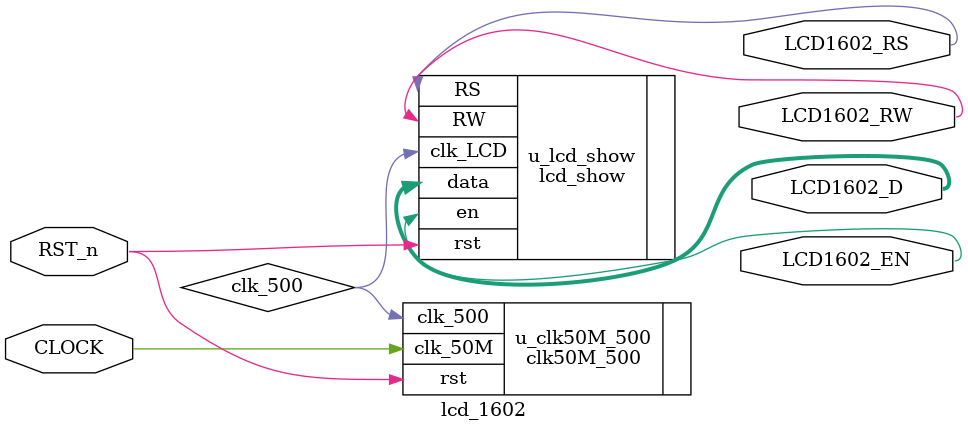
<source format=v>
module lcd_1602(
         CLOCK,
         RST_n,
         LCD1602_EN,
         LCD1602_RS,
         LCD1602_RW,
        LCD1602_D
 );
input      CLOCK;
input      RST_n;
output    LCD1602_EN;
output    LCD1602_RS;
output    LCD1602_RW;
output    [7:0] LCD1602_D;
wire        clk_500;
clk50M_500   u_clk50M_500
(
    .clk_50M(CLOCK),
    .rst(RST_n),
    .clk_500(clk_500)
 ); 
lcd_show u_lcd_show
(
     .clk_LCD(clk_500),
     .rst(RST_n),
     .en(LCD1602_EN),
     .RS(LCD1602_RS),
     .RW(LCD1602_RW),
     .data(LCD1602_D)
 );
 
endmodule
</source>
